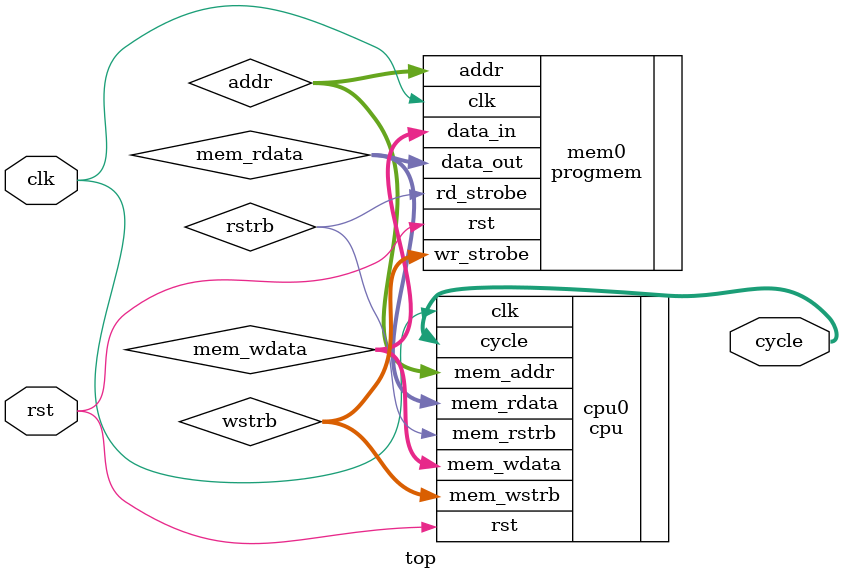
<source format=v>
`include "cpu.v"
`include "progmem.v"

module top(
    input rst, clk,
    output [31:0] cycle

  );
  wire [31:0]   addr;
  wire [31:0] mem_rdata, mem_wdata;
  wire rstrb;
  wire [3:0] wstrb;

  //Instantiate sub modules
  cpu cpu0(
        .rst(rst), .clk(clk),
        .mem_rdata(mem_rdata),
        .mem_wdata(mem_wdata),
        .mem_addr(addr),
        .cycle(cycle),
        .mem_rstrb(rstrb),
        .mem_wstrb(wstrb)
      );

  progmem mem0(
            .rst(rst), .clk(clk),
            .addr(addr),
            .data_in(mem_wdata),
            .rd_strobe(rstrb),
            .wr_strobe(wstrb),
            .data_out(mem_rdata)
          );

endmodule

</source>
